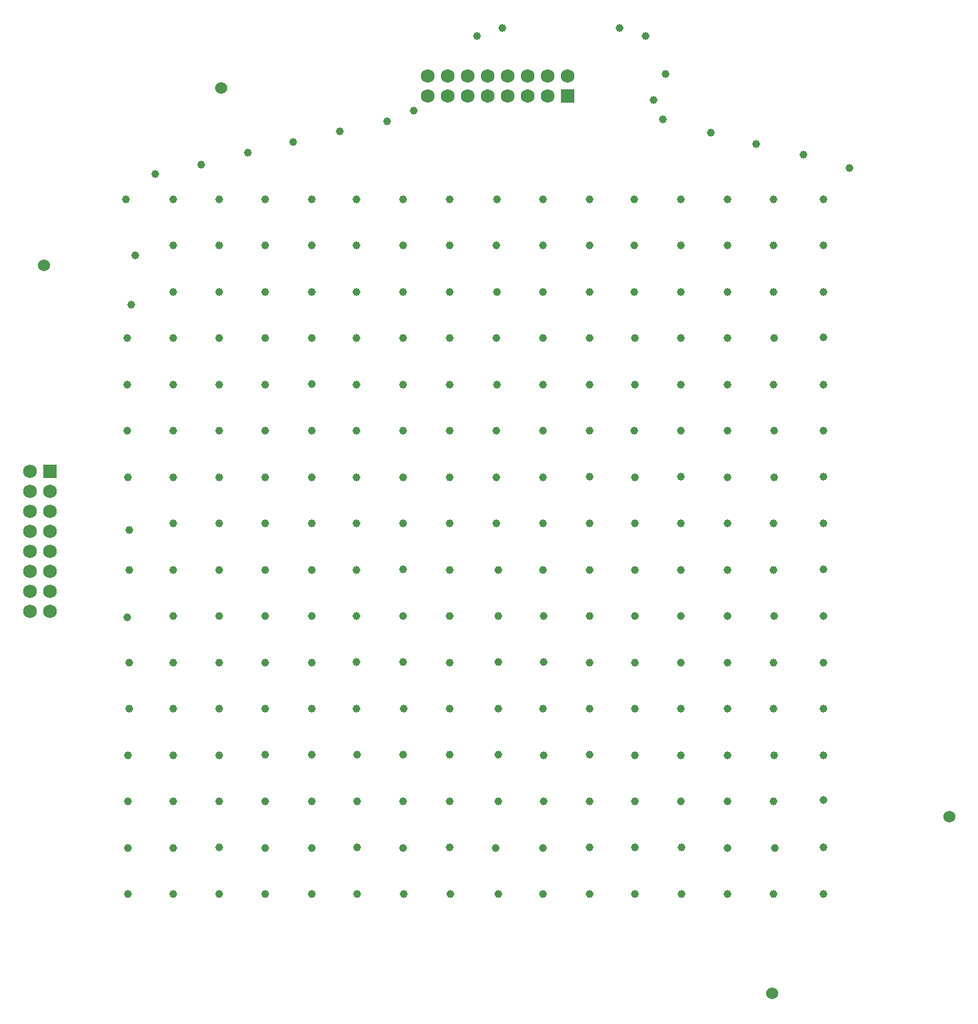
<source format=gbr>
%TF.GenerationSoftware,Altium Limited,Altium Designer,19.1.6 (110)*%
G04 Layer_Color=16711935*
%FSLAX43Y43*%
%MOMM*%
%TF.FileFunction,Soldermask,Bot*%
%TF.Part,Single*%
G01*
G75*
%TA.AperFunction,WasherPad*%
%ADD12C,1.524*%
%TA.AperFunction,ComponentPad*%
%ADD13R,1.750X1.750*%
%ADD14C,1.750*%
%ADD15R,1.750X1.750*%
%TA.AperFunction,ViaPad*%
%ADD16C,1.000*%
D12*
X-7500Y85000D02*
D03*
X15000Y107500D02*
D03*
X107500Y15000D02*
D03*
X85000Y-7500D02*
D03*
D13*
X-6750Y58800D02*
D03*
D14*
X-9290Y56260D02*
D03*
Y53720D02*
D03*
Y51180D02*
D03*
Y48640D02*
D03*
Y46100D02*
D03*
Y43560D02*
D03*
Y41020D02*
D03*
X-6750Y43560D02*
D03*
Y53720D02*
D03*
X-9290Y58800D02*
D03*
X-6750Y41020D02*
D03*
Y46100D02*
D03*
Y48640D02*
D03*
Y51180D02*
D03*
Y56260D02*
D03*
X56440Y106500D02*
D03*
X51360D02*
D03*
X48820D02*
D03*
X46280D02*
D03*
X41200D02*
D03*
X58980Y109040D02*
D03*
X53900Y106500D02*
D03*
X43740D02*
D03*
X41200Y109040D02*
D03*
X43740D02*
D03*
X46280D02*
D03*
X48820D02*
D03*
X51360D02*
D03*
X53900D02*
D03*
X56440D02*
D03*
D15*
X58980Y106500D02*
D03*
D16*
X4100Y86275D02*
D03*
X3550Y80000D02*
D03*
X50700Y115100D02*
D03*
X94825Y97372D02*
D03*
X68925Y114150D02*
D03*
X47500Y114125D02*
D03*
X88978Y99075D02*
D03*
X82975Y100427D02*
D03*
X77178Y101825D02*
D03*
X71075Y103550D02*
D03*
X69950Y106000D02*
D03*
X71450Y109275D02*
D03*
X18350Y99325D02*
D03*
X24125Y100675D02*
D03*
X30025Y102025D02*
D03*
X36072Y103300D02*
D03*
X39475Y104650D02*
D03*
X65625Y115100D02*
D03*
X12450Y97800D02*
D03*
X6575Y96600D02*
D03*
X3050Y69846D02*
D03*
X3263Y51381D02*
D03*
X14700Y11058D02*
D03*
X20550Y11022D02*
D03*
X26535D02*
D03*
X32271Y11058D02*
D03*
X38100Y11022D02*
D03*
X44035Y11100D02*
D03*
X49875Y10975D02*
D03*
X55900Y11022D02*
D03*
X32271Y5140D02*
D03*
X26500Y5140D02*
D03*
X20550D02*
D03*
X14700D02*
D03*
X38159Y5175D02*
D03*
X44071D02*
D03*
X50176D02*
D03*
X55900D02*
D03*
X61800D02*
D03*
X61834Y11100D02*
D03*
X67525D02*
D03*
X73469Y11058D02*
D03*
X67525Y5140D02*
D03*
X73447Y5175D02*
D03*
X79335D02*
D03*
X85200D02*
D03*
X79300Y11022D02*
D03*
X85318D02*
D03*
X85200Y16905D02*
D03*
X85282Y22787D02*
D03*
X79300Y16905D02*
D03*
X73412D02*
D03*
X67525D02*
D03*
X79300Y22787D02*
D03*
X73412D02*
D03*
X67525D02*
D03*
X85200Y28669D02*
D03*
X79300D02*
D03*
X73434D02*
D03*
X67525Y28705D02*
D03*
X85200Y34552D02*
D03*
X79300D02*
D03*
X73412D02*
D03*
X67560D02*
D03*
X61800D02*
D03*
X61834Y28705D02*
D03*
X61800Y22822D02*
D03*
Y16940D02*
D03*
X55935D02*
D03*
X50176D02*
D03*
X44035Y16905D02*
D03*
X38100D02*
D03*
X55935Y22787D02*
D03*
X50176Y22822D02*
D03*
X44035D02*
D03*
X38135D02*
D03*
X55900Y28705D02*
D03*
X50176D02*
D03*
X44035D02*
D03*
X38159D02*
D03*
X55935Y34587D02*
D03*
X50176D02*
D03*
X44035Y34552D02*
D03*
X20562Y16940D02*
D03*
X14700D02*
D03*
X26500Y16905D02*
D03*
X32235Y16940D02*
D03*
Y22822D02*
D03*
X26535D02*
D03*
X20550D02*
D03*
X14735Y22787D02*
D03*
X32200Y28669D02*
D03*
X26500D02*
D03*
X20562D02*
D03*
X14700D02*
D03*
X38100Y34587D02*
D03*
X32200D02*
D03*
X26500Y34552D02*
D03*
X20550D02*
D03*
X14735D02*
D03*
X14700Y40434D02*
D03*
X20562D02*
D03*
X26500Y40469D02*
D03*
X32200Y40434D02*
D03*
X38100D02*
D03*
X44000D02*
D03*
X50230D02*
D03*
X55935D02*
D03*
X61800D02*
D03*
X67560Y40469D02*
D03*
X73412Y40434D02*
D03*
X79300D02*
D03*
X85282Y40469D02*
D03*
X85200Y46316D02*
D03*
X79300D02*
D03*
X73412D02*
D03*
X67525D02*
D03*
X61800D02*
D03*
X55900D02*
D03*
X50176D02*
D03*
X44000D02*
D03*
X38100Y46352D02*
D03*
X32200Y46316D02*
D03*
X26500D02*
D03*
X20550D02*
D03*
X14700D02*
D03*
X85200Y52200D02*
D03*
X79300D02*
D03*
X73400D02*
D03*
X67525D02*
D03*
X61800D02*
D03*
X55900D02*
D03*
X49950D02*
D03*
X44000D02*
D03*
X38125D02*
D03*
X32200D02*
D03*
X26500D02*
D03*
X20550D02*
D03*
X14735Y52199D02*
D03*
X85247Y63963D02*
D03*
X79300D02*
D03*
X73400D02*
D03*
X67500D02*
D03*
X61800D02*
D03*
X55900D02*
D03*
X85247Y58081D02*
D03*
X79300D02*
D03*
X73412Y58125D02*
D03*
X67525Y58081D02*
D03*
X61800Y58116D02*
D03*
X55900Y58081D02*
D03*
X49950D02*
D03*
X44000D02*
D03*
X49950Y63963D02*
D03*
X44000D02*
D03*
X38100D02*
D03*
X32200D02*
D03*
X85200Y69846D02*
D03*
X79300D02*
D03*
X73400D02*
D03*
X67525D02*
D03*
X61800D02*
D03*
X55900D02*
D03*
X50025D02*
D03*
X44000D02*
D03*
X38100D02*
D03*
X32200D02*
D03*
X85235Y75775D02*
D03*
X79300D02*
D03*
X73400D02*
D03*
X67525D02*
D03*
X61800D02*
D03*
X55900D02*
D03*
X49950D02*
D03*
X44000D02*
D03*
X38100D02*
D03*
X32200D02*
D03*
X38125Y58081D02*
D03*
X32200D02*
D03*
X26500D02*
D03*
X20562D02*
D03*
X14735D02*
D03*
X26500Y63963D02*
D03*
Y69881D02*
D03*
X20550Y63963D02*
D03*
X14700D02*
D03*
X20550Y69846D02*
D03*
X14700D02*
D03*
X26500Y75775D02*
D03*
X20550D02*
D03*
X14700D02*
D03*
X8900Y5140D02*
D03*
Y11022D02*
D03*
Y16905D02*
D03*
Y22787D02*
D03*
Y28669D02*
D03*
Y34552D02*
D03*
Y40434D02*
D03*
Y46316D02*
D03*
Y52200D02*
D03*
Y58081D02*
D03*
Y63963D02*
D03*
Y69846D02*
D03*
Y75775D02*
D03*
X85200Y81610D02*
D03*
X79300D02*
D03*
X73400D02*
D03*
X67500D02*
D03*
X61800D02*
D03*
X85200Y87493D02*
D03*
X79300D02*
D03*
X73400D02*
D03*
X67500Y87528D02*
D03*
X49950Y87493D02*
D03*
X61800Y87528D02*
D03*
X55900Y87493D02*
D03*
Y81646D02*
D03*
X44000Y81610D02*
D03*
Y87493D02*
D03*
X38100D02*
D03*
X50000Y81610D02*
D03*
X38100D02*
D03*
X32200D02*
D03*
X26500D02*
D03*
X20550D02*
D03*
X14700D02*
D03*
X8900D02*
D03*
X32200Y87493D02*
D03*
X26500Y87528D02*
D03*
X20550Y87493D02*
D03*
X14700Y87528D02*
D03*
X8900Y87493D02*
D03*
X3172Y5140D02*
D03*
X91535D02*
D03*
X91559Y11100D02*
D03*
X3172Y11022D02*
D03*
X91559Y17050D02*
D03*
X3172Y16905D02*
D03*
Y22787D02*
D03*
X91535D02*
D03*
X91559Y28669D02*
D03*
X3263D02*
D03*
X91500Y34552D02*
D03*
X3263D02*
D03*
Y46316D02*
D03*
X3050Y40325D02*
D03*
X91559Y40434D02*
D03*
X91535Y46400D02*
D03*
X91500Y52200D02*
D03*
Y58125D02*
D03*
X3121Y58081D02*
D03*
X91535Y63975D02*
D03*
X3085Y63963D02*
D03*
X91535Y69875D02*
D03*
X91500Y75875D02*
D03*
X3050Y75775D02*
D03*
X91535Y81610D02*
D03*
X91500Y87493D02*
D03*
X26500Y93411D02*
D03*
X20550Y93400D02*
D03*
X14700Y93411D02*
D03*
X32200Y93400D02*
D03*
X38100Y93411D02*
D03*
X44000Y93400D02*
D03*
X50000Y93411D02*
D03*
X55900Y93400D02*
D03*
X61800Y93411D02*
D03*
X67500Y93400D02*
D03*
X73400Y93411D02*
D03*
X79300D02*
D03*
X85200D02*
D03*
X91500Y93400D02*
D03*
X2900D02*
D03*
X8900D02*
D03*
%TF.MD5,5f1db3a14732861b79e259530f6d6e5a*%
M02*

</source>
